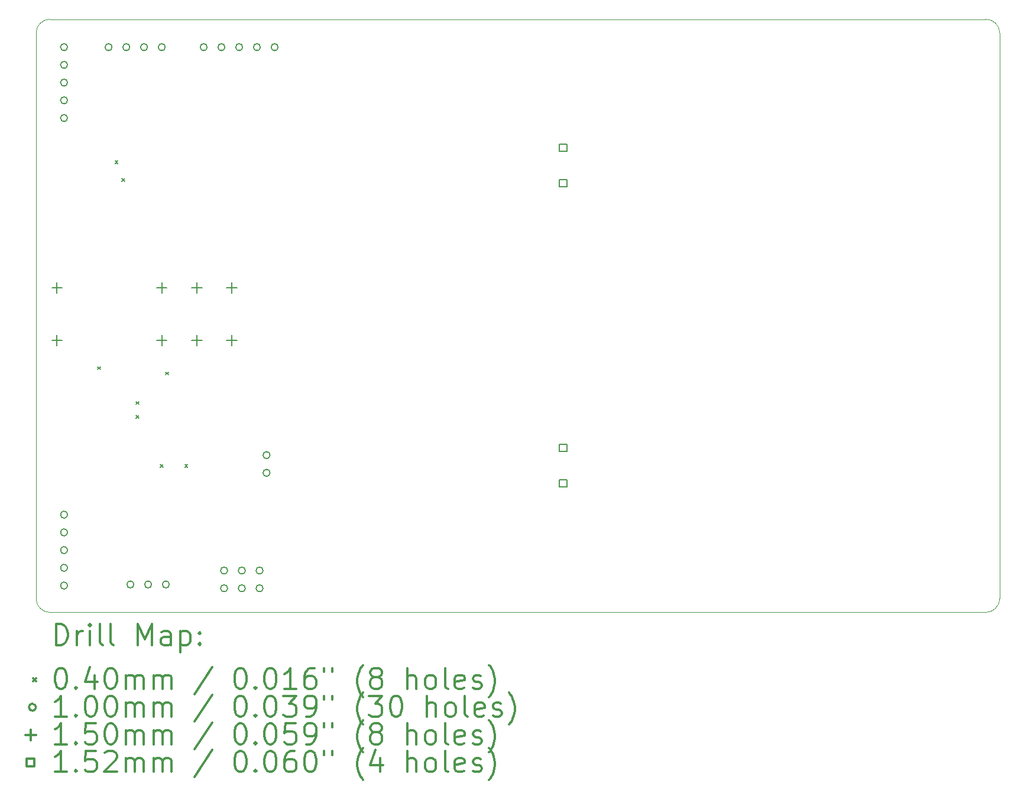
<source format=gbr>
%FSLAX45Y45*%
G04 Gerber Fmt 4.5, Leading zero omitted, Abs format (unit mm)*
G04 Created by KiCad (PCBNEW (5.1.8)-1) date 2021-05-16 02:32:17*
%MOMM*%
%LPD*%
G01*
G04 APERTURE LIST*
%TA.AperFunction,Profile*%
%ADD10C,0.050000*%
%TD*%
%ADD11C,0.200000*%
%ADD12C,0.300000*%
G04 APERTURE END LIST*
D10*
X16000000Y-10300000D02*
G75*
G02*
X15800000Y-10500000I-200000J0D01*
G01*
X15800000Y-2000000D02*
G75*
G02*
X16000000Y-2200000I0J-200000D01*
G01*
X2200000Y-10300000D02*
X2200000Y-2200000D01*
X16000000Y-2200000D02*
X16000000Y-10300000D01*
X2400000Y-10500000D02*
X15800000Y-10500000D01*
X15800000Y-2000000D02*
X2400000Y-2000000D01*
X2400000Y-10500000D02*
G75*
G02*
X2200000Y-10300000I0J200000D01*
G01*
X2200000Y-2200000D02*
G75*
G02*
X2400000Y-2000000I200000J0D01*
G01*
D11*
X3080000Y-6980000D02*
X3120000Y-7020000D01*
X3120000Y-6980000D02*
X3080000Y-7020000D01*
X3330000Y-4030000D02*
X3370000Y-4070000D01*
X3370000Y-4030000D02*
X3330000Y-4070000D01*
X3430000Y-4280000D02*
X3470000Y-4320000D01*
X3470000Y-4280000D02*
X3430000Y-4320000D01*
X3630000Y-7480000D02*
X3670000Y-7520000D01*
X3670000Y-7480000D02*
X3630000Y-7520000D01*
X3630000Y-7680000D02*
X3670000Y-7720000D01*
X3670000Y-7680000D02*
X3630000Y-7720000D01*
X3980000Y-8380000D02*
X4020000Y-8420000D01*
X4020000Y-8380000D02*
X3980000Y-8420000D01*
X4055000Y-7055000D02*
X4095000Y-7095000D01*
X4095000Y-7055000D02*
X4055000Y-7095000D01*
X4330000Y-8380000D02*
X4370000Y-8420000D01*
X4370000Y-8380000D02*
X4330000Y-8420000D01*
X5550000Y-8246000D02*
G75*
G03*
X5550000Y-8246000I-50000J0D01*
G01*
X5550000Y-8500000D02*
G75*
G03*
X5550000Y-8500000I-50000J0D01*
G01*
X4650000Y-2400000D02*
G75*
G03*
X4650000Y-2400000I-50000J0D01*
G01*
X4904000Y-2400000D02*
G75*
G03*
X4904000Y-2400000I-50000J0D01*
G01*
X5158000Y-2400000D02*
G75*
G03*
X5158000Y-2400000I-50000J0D01*
G01*
X5412000Y-2400000D02*
G75*
G03*
X5412000Y-2400000I-50000J0D01*
G01*
X5666000Y-2400000D02*
G75*
G03*
X5666000Y-2400000I-50000J0D01*
G01*
X3288000Y-2400000D02*
G75*
G03*
X3288000Y-2400000I-50000J0D01*
G01*
X3542000Y-2400000D02*
G75*
G03*
X3542000Y-2400000I-50000J0D01*
G01*
X3796000Y-2400000D02*
G75*
G03*
X3796000Y-2400000I-50000J0D01*
G01*
X4050000Y-2400000D02*
G75*
G03*
X4050000Y-2400000I-50000J0D01*
G01*
X2650000Y-2400000D02*
G75*
G03*
X2650000Y-2400000I-50000J0D01*
G01*
X2650000Y-2654000D02*
G75*
G03*
X2650000Y-2654000I-50000J0D01*
G01*
X2650000Y-2908000D02*
G75*
G03*
X2650000Y-2908000I-50000J0D01*
G01*
X2650000Y-3162000D02*
G75*
G03*
X2650000Y-3162000I-50000J0D01*
G01*
X2650000Y-3416000D02*
G75*
G03*
X2650000Y-3416000I-50000J0D01*
G01*
X3600000Y-10100000D02*
G75*
G03*
X3600000Y-10100000I-50000J0D01*
G01*
X3854000Y-10100000D02*
G75*
G03*
X3854000Y-10100000I-50000J0D01*
G01*
X4108000Y-10100000D02*
G75*
G03*
X4108000Y-10100000I-50000J0D01*
G01*
X4942000Y-9900000D02*
G75*
G03*
X4942000Y-9900000I-50000J0D01*
G01*
X4942000Y-10154000D02*
G75*
G03*
X4942000Y-10154000I-50000J0D01*
G01*
X5196000Y-9900000D02*
G75*
G03*
X5196000Y-9900000I-50000J0D01*
G01*
X5196000Y-10154000D02*
G75*
G03*
X5196000Y-10154000I-50000J0D01*
G01*
X5450000Y-9900000D02*
G75*
G03*
X5450000Y-9900000I-50000J0D01*
G01*
X5450000Y-10154000D02*
G75*
G03*
X5450000Y-10154000I-50000J0D01*
G01*
X2650000Y-9100000D02*
G75*
G03*
X2650000Y-9100000I-50000J0D01*
G01*
X2650000Y-9354000D02*
G75*
G03*
X2650000Y-9354000I-50000J0D01*
G01*
X2650000Y-9608000D02*
G75*
G03*
X2650000Y-9608000I-50000J0D01*
G01*
X2650000Y-9862000D02*
G75*
G03*
X2650000Y-9862000I-50000J0D01*
G01*
X2650000Y-10116000D02*
G75*
G03*
X2650000Y-10116000I-50000J0D01*
G01*
X2500000Y-5775000D02*
X2500000Y-5925000D01*
X2425000Y-5850000D02*
X2575000Y-5850000D01*
X2500000Y-6525000D02*
X2500000Y-6675000D01*
X2425000Y-6600000D02*
X2575000Y-6600000D01*
X4000000Y-5775000D02*
X4000000Y-5925000D01*
X3925000Y-5850000D02*
X4075000Y-5850000D01*
X4000000Y-6525000D02*
X4000000Y-6675000D01*
X3925000Y-6600000D02*
X4075000Y-6600000D01*
X4500000Y-5775000D02*
X4500000Y-5925000D01*
X4425000Y-5850000D02*
X4575000Y-5850000D01*
X4500000Y-6525000D02*
X4500000Y-6675000D01*
X4425000Y-6600000D02*
X4575000Y-6600000D01*
X5000000Y-5775000D02*
X5000000Y-5925000D01*
X4925000Y-5850000D02*
X5075000Y-5850000D01*
X5000000Y-6525000D02*
X5000000Y-6675000D01*
X4925000Y-6600000D02*
X5075000Y-6600000D01*
X9803741Y-3895741D02*
X9803741Y-3788259D01*
X9696259Y-3788259D01*
X9696259Y-3895741D01*
X9803741Y-3895741D01*
X9803741Y-4403741D02*
X9803741Y-4296259D01*
X9696259Y-4296259D01*
X9696259Y-4403741D01*
X9803741Y-4403741D01*
X9803741Y-8195741D02*
X9803741Y-8088259D01*
X9696259Y-8088259D01*
X9696259Y-8195741D01*
X9803741Y-8195741D01*
X9803741Y-8703741D02*
X9803741Y-8596259D01*
X9696259Y-8596259D01*
X9696259Y-8703741D01*
X9803741Y-8703741D01*
D12*
X2483928Y-10968214D02*
X2483928Y-10668214D01*
X2555357Y-10668214D01*
X2598214Y-10682500D01*
X2626786Y-10711072D01*
X2641071Y-10739643D01*
X2655357Y-10796786D01*
X2655357Y-10839643D01*
X2641071Y-10896786D01*
X2626786Y-10925357D01*
X2598214Y-10953929D01*
X2555357Y-10968214D01*
X2483928Y-10968214D01*
X2783928Y-10968214D02*
X2783928Y-10768214D01*
X2783928Y-10825357D02*
X2798214Y-10796786D01*
X2812500Y-10782500D01*
X2841071Y-10768214D01*
X2869643Y-10768214D01*
X2969643Y-10968214D02*
X2969643Y-10768214D01*
X2969643Y-10668214D02*
X2955357Y-10682500D01*
X2969643Y-10696786D01*
X2983928Y-10682500D01*
X2969643Y-10668214D01*
X2969643Y-10696786D01*
X3155357Y-10968214D02*
X3126786Y-10953929D01*
X3112500Y-10925357D01*
X3112500Y-10668214D01*
X3312500Y-10968214D02*
X3283928Y-10953929D01*
X3269643Y-10925357D01*
X3269643Y-10668214D01*
X3655357Y-10968214D02*
X3655357Y-10668214D01*
X3755357Y-10882500D01*
X3855357Y-10668214D01*
X3855357Y-10968214D01*
X4126786Y-10968214D02*
X4126786Y-10811072D01*
X4112500Y-10782500D01*
X4083928Y-10768214D01*
X4026786Y-10768214D01*
X3998214Y-10782500D01*
X4126786Y-10953929D02*
X4098214Y-10968214D01*
X4026786Y-10968214D01*
X3998214Y-10953929D01*
X3983928Y-10925357D01*
X3983928Y-10896786D01*
X3998214Y-10868214D01*
X4026786Y-10853929D01*
X4098214Y-10853929D01*
X4126786Y-10839643D01*
X4269643Y-10768214D02*
X4269643Y-11068214D01*
X4269643Y-10782500D02*
X4298214Y-10768214D01*
X4355357Y-10768214D01*
X4383928Y-10782500D01*
X4398214Y-10796786D01*
X4412500Y-10825357D01*
X4412500Y-10911072D01*
X4398214Y-10939643D01*
X4383928Y-10953929D01*
X4355357Y-10968214D01*
X4298214Y-10968214D01*
X4269643Y-10953929D01*
X4541071Y-10939643D02*
X4555357Y-10953929D01*
X4541071Y-10968214D01*
X4526786Y-10953929D01*
X4541071Y-10939643D01*
X4541071Y-10968214D01*
X4541071Y-10782500D02*
X4555357Y-10796786D01*
X4541071Y-10811072D01*
X4526786Y-10796786D01*
X4541071Y-10782500D01*
X4541071Y-10811072D01*
X2157500Y-11442500D02*
X2197500Y-11482500D01*
X2197500Y-11442500D02*
X2157500Y-11482500D01*
X2541071Y-11298214D02*
X2569643Y-11298214D01*
X2598214Y-11312500D01*
X2612500Y-11326786D01*
X2626786Y-11355357D01*
X2641071Y-11412500D01*
X2641071Y-11483929D01*
X2626786Y-11541071D01*
X2612500Y-11569643D01*
X2598214Y-11583929D01*
X2569643Y-11598214D01*
X2541071Y-11598214D01*
X2512500Y-11583929D01*
X2498214Y-11569643D01*
X2483928Y-11541071D01*
X2469643Y-11483929D01*
X2469643Y-11412500D01*
X2483928Y-11355357D01*
X2498214Y-11326786D01*
X2512500Y-11312500D01*
X2541071Y-11298214D01*
X2769643Y-11569643D02*
X2783928Y-11583929D01*
X2769643Y-11598214D01*
X2755357Y-11583929D01*
X2769643Y-11569643D01*
X2769643Y-11598214D01*
X3041071Y-11398214D02*
X3041071Y-11598214D01*
X2969643Y-11283929D02*
X2898214Y-11498214D01*
X3083928Y-11498214D01*
X3255357Y-11298214D02*
X3283928Y-11298214D01*
X3312500Y-11312500D01*
X3326786Y-11326786D01*
X3341071Y-11355357D01*
X3355357Y-11412500D01*
X3355357Y-11483929D01*
X3341071Y-11541071D01*
X3326786Y-11569643D01*
X3312500Y-11583929D01*
X3283928Y-11598214D01*
X3255357Y-11598214D01*
X3226786Y-11583929D01*
X3212500Y-11569643D01*
X3198214Y-11541071D01*
X3183928Y-11483929D01*
X3183928Y-11412500D01*
X3198214Y-11355357D01*
X3212500Y-11326786D01*
X3226786Y-11312500D01*
X3255357Y-11298214D01*
X3483928Y-11598214D02*
X3483928Y-11398214D01*
X3483928Y-11426786D02*
X3498214Y-11412500D01*
X3526786Y-11398214D01*
X3569643Y-11398214D01*
X3598214Y-11412500D01*
X3612500Y-11441071D01*
X3612500Y-11598214D01*
X3612500Y-11441071D02*
X3626786Y-11412500D01*
X3655357Y-11398214D01*
X3698214Y-11398214D01*
X3726786Y-11412500D01*
X3741071Y-11441071D01*
X3741071Y-11598214D01*
X3883928Y-11598214D02*
X3883928Y-11398214D01*
X3883928Y-11426786D02*
X3898214Y-11412500D01*
X3926786Y-11398214D01*
X3969643Y-11398214D01*
X3998214Y-11412500D01*
X4012500Y-11441071D01*
X4012500Y-11598214D01*
X4012500Y-11441071D02*
X4026786Y-11412500D01*
X4055357Y-11398214D01*
X4098214Y-11398214D01*
X4126786Y-11412500D01*
X4141071Y-11441071D01*
X4141071Y-11598214D01*
X4726786Y-11283929D02*
X4469643Y-11669643D01*
X5112500Y-11298214D02*
X5141071Y-11298214D01*
X5169643Y-11312500D01*
X5183928Y-11326786D01*
X5198214Y-11355357D01*
X5212500Y-11412500D01*
X5212500Y-11483929D01*
X5198214Y-11541071D01*
X5183928Y-11569643D01*
X5169643Y-11583929D01*
X5141071Y-11598214D01*
X5112500Y-11598214D01*
X5083928Y-11583929D01*
X5069643Y-11569643D01*
X5055357Y-11541071D01*
X5041071Y-11483929D01*
X5041071Y-11412500D01*
X5055357Y-11355357D01*
X5069643Y-11326786D01*
X5083928Y-11312500D01*
X5112500Y-11298214D01*
X5341071Y-11569643D02*
X5355357Y-11583929D01*
X5341071Y-11598214D01*
X5326786Y-11583929D01*
X5341071Y-11569643D01*
X5341071Y-11598214D01*
X5541071Y-11298214D02*
X5569643Y-11298214D01*
X5598214Y-11312500D01*
X5612500Y-11326786D01*
X5626786Y-11355357D01*
X5641071Y-11412500D01*
X5641071Y-11483929D01*
X5626786Y-11541071D01*
X5612500Y-11569643D01*
X5598214Y-11583929D01*
X5569643Y-11598214D01*
X5541071Y-11598214D01*
X5512500Y-11583929D01*
X5498214Y-11569643D01*
X5483928Y-11541071D01*
X5469643Y-11483929D01*
X5469643Y-11412500D01*
X5483928Y-11355357D01*
X5498214Y-11326786D01*
X5512500Y-11312500D01*
X5541071Y-11298214D01*
X5926786Y-11598214D02*
X5755357Y-11598214D01*
X5841071Y-11598214D02*
X5841071Y-11298214D01*
X5812500Y-11341071D01*
X5783928Y-11369643D01*
X5755357Y-11383929D01*
X6183928Y-11298214D02*
X6126786Y-11298214D01*
X6098214Y-11312500D01*
X6083928Y-11326786D01*
X6055357Y-11369643D01*
X6041071Y-11426786D01*
X6041071Y-11541071D01*
X6055357Y-11569643D01*
X6069643Y-11583929D01*
X6098214Y-11598214D01*
X6155357Y-11598214D01*
X6183928Y-11583929D01*
X6198214Y-11569643D01*
X6212500Y-11541071D01*
X6212500Y-11469643D01*
X6198214Y-11441071D01*
X6183928Y-11426786D01*
X6155357Y-11412500D01*
X6098214Y-11412500D01*
X6069643Y-11426786D01*
X6055357Y-11441071D01*
X6041071Y-11469643D01*
X6326786Y-11298214D02*
X6326786Y-11355357D01*
X6441071Y-11298214D02*
X6441071Y-11355357D01*
X6883928Y-11712500D02*
X6869643Y-11698214D01*
X6841071Y-11655357D01*
X6826786Y-11626786D01*
X6812500Y-11583929D01*
X6798214Y-11512500D01*
X6798214Y-11455357D01*
X6812500Y-11383929D01*
X6826786Y-11341071D01*
X6841071Y-11312500D01*
X6869643Y-11269643D01*
X6883928Y-11255357D01*
X7041071Y-11426786D02*
X7012500Y-11412500D01*
X6998214Y-11398214D01*
X6983928Y-11369643D01*
X6983928Y-11355357D01*
X6998214Y-11326786D01*
X7012500Y-11312500D01*
X7041071Y-11298214D01*
X7098214Y-11298214D01*
X7126786Y-11312500D01*
X7141071Y-11326786D01*
X7155357Y-11355357D01*
X7155357Y-11369643D01*
X7141071Y-11398214D01*
X7126786Y-11412500D01*
X7098214Y-11426786D01*
X7041071Y-11426786D01*
X7012500Y-11441071D01*
X6998214Y-11455357D01*
X6983928Y-11483929D01*
X6983928Y-11541071D01*
X6998214Y-11569643D01*
X7012500Y-11583929D01*
X7041071Y-11598214D01*
X7098214Y-11598214D01*
X7126786Y-11583929D01*
X7141071Y-11569643D01*
X7155357Y-11541071D01*
X7155357Y-11483929D01*
X7141071Y-11455357D01*
X7126786Y-11441071D01*
X7098214Y-11426786D01*
X7512500Y-11598214D02*
X7512500Y-11298214D01*
X7641071Y-11598214D02*
X7641071Y-11441071D01*
X7626786Y-11412500D01*
X7598214Y-11398214D01*
X7555357Y-11398214D01*
X7526786Y-11412500D01*
X7512500Y-11426786D01*
X7826786Y-11598214D02*
X7798214Y-11583929D01*
X7783928Y-11569643D01*
X7769643Y-11541071D01*
X7769643Y-11455357D01*
X7783928Y-11426786D01*
X7798214Y-11412500D01*
X7826786Y-11398214D01*
X7869643Y-11398214D01*
X7898214Y-11412500D01*
X7912500Y-11426786D01*
X7926786Y-11455357D01*
X7926786Y-11541071D01*
X7912500Y-11569643D01*
X7898214Y-11583929D01*
X7869643Y-11598214D01*
X7826786Y-11598214D01*
X8098214Y-11598214D02*
X8069643Y-11583929D01*
X8055357Y-11555357D01*
X8055357Y-11298214D01*
X8326786Y-11583929D02*
X8298214Y-11598214D01*
X8241071Y-11598214D01*
X8212500Y-11583929D01*
X8198214Y-11555357D01*
X8198214Y-11441071D01*
X8212500Y-11412500D01*
X8241071Y-11398214D01*
X8298214Y-11398214D01*
X8326786Y-11412500D01*
X8341071Y-11441071D01*
X8341071Y-11469643D01*
X8198214Y-11498214D01*
X8455357Y-11583929D02*
X8483928Y-11598214D01*
X8541071Y-11598214D01*
X8569643Y-11583929D01*
X8583928Y-11555357D01*
X8583928Y-11541071D01*
X8569643Y-11512500D01*
X8541071Y-11498214D01*
X8498214Y-11498214D01*
X8469643Y-11483929D01*
X8455357Y-11455357D01*
X8455357Y-11441071D01*
X8469643Y-11412500D01*
X8498214Y-11398214D01*
X8541071Y-11398214D01*
X8569643Y-11412500D01*
X8683928Y-11712500D02*
X8698214Y-11698214D01*
X8726786Y-11655357D01*
X8741071Y-11626786D01*
X8755357Y-11583929D01*
X8769643Y-11512500D01*
X8769643Y-11455357D01*
X8755357Y-11383929D01*
X8741071Y-11341071D01*
X8726786Y-11312500D01*
X8698214Y-11269643D01*
X8683928Y-11255357D01*
X2197500Y-11858500D02*
G75*
G03*
X2197500Y-11858500I-50000J0D01*
G01*
X2641071Y-11994214D02*
X2469643Y-11994214D01*
X2555357Y-11994214D02*
X2555357Y-11694214D01*
X2526786Y-11737071D01*
X2498214Y-11765643D01*
X2469643Y-11779929D01*
X2769643Y-11965643D02*
X2783928Y-11979929D01*
X2769643Y-11994214D01*
X2755357Y-11979929D01*
X2769643Y-11965643D01*
X2769643Y-11994214D01*
X2969643Y-11694214D02*
X2998214Y-11694214D01*
X3026786Y-11708500D01*
X3041071Y-11722786D01*
X3055357Y-11751357D01*
X3069643Y-11808500D01*
X3069643Y-11879929D01*
X3055357Y-11937071D01*
X3041071Y-11965643D01*
X3026786Y-11979929D01*
X2998214Y-11994214D01*
X2969643Y-11994214D01*
X2941071Y-11979929D01*
X2926786Y-11965643D01*
X2912500Y-11937071D01*
X2898214Y-11879929D01*
X2898214Y-11808500D01*
X2912500Y-11751357D01*
X2926786Y-11722786D01*
X2941071Y-11708500D01*
X2969643Y-11694214D01*
X3255357Y-11694214D02*
X3283928Y-11694214D01*
X3312500Y-11708500D01*
X3326786Y-11722786D01*
X3341071Y-11751357D01*
X3355357Y-11808500D01*
X3355357Y-11879929D01*
X3341071Y-11937071D01*
X3326786Y-11965643D01*
X3312500Y-11979929D01*
X3283928Y-11994214D01*
X3255357Y-11994214D01*
X3226786Y-11979929D01*
X3212500Y-11965643D01*
X3198214Y-11937071D01*
X3183928Y-11879929D01*
X3183928Y-11808500D01*
X3198214Y-11751357D01*
X3212500Y-11722786D01*
X3226786Y-11708500D01*
X3255357Y-11694214D01*
X3483928Y-11994214D02*
X3483928Y-11794214D01*
X3483928Y-11822786D02*
X3498214Y-11808500D01*
X3526786Y-11794214D01*
X3569643Y-11794214D01*
X3598214Y-11808500D01*
X3612500Y-11837071D01*
X3612500Y-11994214D01*
X3612500Y-11837071D02*
X3626786Y-11808500D01*
X3655357Y-11794214D01*
X3698214Y-11794214D01*
X3726786Y-11808500D01*
X3741071Y-11837071D01*
X3741071Y-11994214D01*
X3883928Y-11994214D02*
X3883928Y-11794214D01*
X3883928Y-11822786D02*
X3898214Y-11808500D01*
X3926786Y-11794214D01*
X3969643Y-11794214D01*
X3998214Y-11808500D01*
X4012500Y-11837071D01*
X4012500Y-11994214D01*
X4012500Y-11837071D02*
X4026786Y-11808500D01*
X4055357Y-11794214D01*
X4098214Y-11794214D01*
X4126786Y-11808500D01*
X4141071Y-11837071D01*
X4141071Y-11994214D01*
X4726786Y-11679929D02*
X4469643Y-12065643D01*
X5112500Y-11694214D02*
X5141071Y-11694214D01*
X5169643Y-11708500D01*
X5183928Y-11722786D01*
X5198214Y-11751357D01*
X5212500Y-11808500D01*
X5212500Y-11879929D01*
X5198214Y-11937071D01*
X5183928Y-11965643D01*
X5169643Y-11979929D01*
X5141071Y-11994214D01*
X5112500Y-11994214D01*
X5083928Y-11979929D01*
X5069643Y-11965643D01*
X5055357Y-11937071D01*
X5041071Y-11879929D01*
X5041071Y-11808500D01*
X5055357Y-11751357D01*
X5069643Y-11722786D01*
X5083928Y-11708500D01*
X5112500Y-11694214D01*
X5341071Y-11965643D02*
X5355357Y-11979929D01*
X5341071Y-11994214D01*
X5326786Y-11979929D01*
X5341071Y-11965643D01*
X5341071Y-11994214D01*
X5541071Y-11694214D02*
X5569643Y-11694214D01*
X5598214Y-11708500D01*
X5612500Y-11722786D01*
X5626786Y-11751357D01*
X5641071Y-11808500D01*
X5641071Y-11879929D01*
X5626786Y-11937071D01*
X5612500Y-11965643D01*
X5598214Y-11979929D01*
X5569643Y-11994214D01*
X5541071Y-11994214D01*
X5512500Y-11979929D01*
X5498214Y-11965643D01*
X5483928Y-11937071D01*
X5469643Y-11879929D01*
X5469643Y-11808500D01*
X5483928Y-11751357D01*
X5498214Y-11722786D01*
X5512500Y-11708500D01*
X5541071Y-11694214D01*
X5741071Y-11694214D02*
X5926786Y-11694214D01*
X5826786Y-11808500D01*
X5869643Y-11808500D01*
X5898214Y-11822786D01*
X5912500Y-11837071D01*
X5926786Y-11865643D01*
X5926786Y-11937071D01*
X5912500Y-11965643D01*
X5898214Y-11979929D01*
X5869643Y-11994214D01*
X5783928Y-11994214D01*
X5755357Y-11979929D01*
X5741071Y-11965643D01*
X6069643Y-11994214D02*
X6126786Y-11994214D01*
X6155357Y-11979929D01*
X6169643Y-11965643D01*
X6198214Y-11922786D01*
X6212500Y-11865643D01*
X6212500Y-11751357D01*
X6198214Y-11722786D01*
X6183928Y-11708500D01*
X6155357Y-11694214D01*
X6098214Y-11694214D01*
X6069643Y-11708500D01*
X6055357Y-11722786D01*
X6041071Y-11751357D01*
X6041071Y-11822786D01*
X6055357Y-11851357D01*
X6069643Y-11865643D01*
X6098214Y-11879929D01*
X6155357Y-11879929D01*
X6183928Y-11865643D01*
X6198214Y-11851357D01*
X6212500Y-11822786D01*
X6326786Y-11694214D02*
X6326786Y-11751357D01*
X6441071Y-11694214D02*
X6441071Y-11751357D01*
X6883928Y-12108500D02*
X6869643Y-12094214D01*
X6841071Y-12051357D01*
X6826786Y-12022786D01*
X6812500Y-11979929D01*
X6798214Y-11908500D01*
X6798214Y-11851357D01*
X6812500Y-11779929D01*
X6826786Y-11737071D01*
X6841071Y-11708500D01*
X6869643Y-11665643D01*
X6883928Y-11651357D01*
X6969643Y-11694214D02*
X7155357Y-11694214D01*
X7055357Y-11808500D01*
X7098214Y-11808500D01*
X7126786Y-11822786D01*
X7141071Y-11837071D01*
X7155357Y-11865643D01*
X7155357Y-11937071D01*
X7141071Y-11965643D01*
X7126786Y-11979929D01*
X7098214Y-11994214D01*
X7012500Y-11994214D01*
X6983928Y-11979929D01*
X6969643Y-11965643D01*
X7341071Y-11694214D02*
X7369643Y-11694214D01*
X7398214Y-11708500D01*
X7412500Y-11722786D01*
X7426786Y-11751357D01*
X7441071Y-11808500D01*
X7441071Y-11879929D01*
X7426786Y-11937071D01*
X7412500Y-11965643D01*
X7398214Y-11979929D01*
X7369643Y-11994214D01*
X7341071Y-11994214D01*
X7312500Y-11979929D01*
X7298214Y-11965643D01*
X7283928Y-11937071D01*
X7269643Y-11879929D01*
X7269643Y-11808500D01*
X7283928Y-11751357D01*
X7298214Y-11722786D01*
X7312500Y-11708500D01*
X7341071Y-11694214D01*
X7798214Y-11994214D02*
X7798214Y-11694214D01*
X7926786Y-11994214D02*
X7926786Y-11837071D01*
X7912500Y-11808500D01*
X7883928Y-11794214D01*
X7841071Y-11794214D01*
X7812500Y-11808500D01*
X7798214Y-11822786D01*
X8112500Y-11994214D02*
X8083928Y-11979929D01*
X8069643Y-11965643D01*
X8055357Y-11937071D01*
X8055357Y-11851357D01*
X8069643Y-11822786D01*
X8083928Y-11808500D01*
X8112500Y-11794214D01*
X8155357Y-11794214D01*
X8183928Y-11808500D01*
X8198214Y-11822786D01*
X8212500Y-11851357D01*
X8212500Y-11937071D01*
X8198214Y-11965643D01*
X8183928Y-11979929D01*
X8155357Y-11994214D01*
X8112500Y-11994214D01*
X8383928Y-11994214D02*
X8355357Y-11979929D01*
X8341071Y-11951357D01*
X8341071Y-11694214D01*
X8612500Y-11979929D02*
X8583928Y-11994214D01*
X8526786Y-11994214D01*
X8498214Y-11979929D01*
X8483928Y-11951357D01*
X8483928Y-11837071D01*
X8498214Y-11808500D01*
X8526786Y-11794214D01*
X8583928Y-11794214D01*
X8612500Y-11808500D01*
X8626786Y-11837071D01*
X8626786Y-11865643D01*
X8483928Y-11894214D01*
X8741071Y-11979929D02*
X8769643Y-11994214D01*
X8826786Y-11994214D01*
X8855357Y-11979929D01*
X8869643Y-11951357D01*
X8869643Y-11937071D01*
X8855357Y-11908500D01*
X8826786Y-11894214D01*
X8783928Y-11894214D01*
X8755357Y-11879929D01*
X8741071Y-11851357D01*
X8741071Y-11837071D01*
X8755357Y-11808500D01*
X8783928Y-11794214D01*
X8826786Y-11794214D01*
X8855357Y-11808500D01*
X8969643Y-12108500D02*
X8983928Y-12094214D01*
X9012500Y-12051357D01*
X9026786Y-12022786D01*
X9041071Y-11979929D01*
X9055357Y-11908500D01*
X9055357Y-11851357D01*
X9041071Y-11779929D01*
X9026786Y-11737071D01*
X9012500Y-11708500D01*
X8983928Y-11665643D01*
X8969643Y-11651357D01*
X2122500Y-12179500D02*
X2122500Y-12329500D01*
X2047500Y-12254500D02*
X2197500Y-12254500D01*
X2641071Y-12390214D02*
X2469643Y-12390214D01*
X2555357Y-12390214D02*
X2555357Y-12090214D01*
X2526786Y-12133071D01*
X2498214Y-12161643D01*
X2469643Y-12175929D01*
X2769643Y-12361643D02*
X2783928Y-12375929D01*
X2769643Y-12390214D01*
X2755357Y-12375929D01*
X2769643Y-12361643D01*
X2769643Y-12390214D01*
X3055357Y-12090214D02*
X2912500Y-12090214D01*
X2898214Y-12233071D01*
X2912500Y-12218786D01*
X2941071Y-12204500D01*
X3012500Y-12204500D01*
X3041071Y-12218786D01*
X3055357Y-12233071D01*
X3069643Y-12261643D01*
X3069643Y-12333071D01*
X3055357Y-12361643D01*
X3041071Y-12375929D01*
X3012500Y-12390214D01*
X2941071Y-12390214D01*
X2912500Y-12375929D01*
X2898214Y-12361643D01*
X3255357Y-12090214D02*
X3283928Y-12090214D01*
X3312500Y-12104500D01*
X3326786Y-12118786D01*
X3341071Y-12147357D01*
X3355357Y-12204500D01*
X3355357Y-12275929D01*
X3341071Y-12333071D01*
X3326786Y-12361643D01*
X3312500Y-12375929D01*
X3283928Y-12390214D01*
X3255357Y-12390214D01*
X3226786Y-12375929D01*
X3212500Y-12361643D01*
X3198214Y-12333071D01*
X3183928Y-12275929D01*
X3183928Y-12204500D01*
X3198214Y-12147357D01*
X3212500Y-12118786D01*
X3226786Y-12104500D01*
X3255357Y-12090214D01*
X3483928Y-12390214D02*
X3483928Y-12190214D01*
X3483928Y-12218786D02*
X3498214Y-12204500D01*
X3526786Y-12190214D01*
X3569643Y-12190214D01*
X3598214Y-12204500D01*
X3612500Y-12233071D01*
X3612500Y-12390214D01*
X3612500Y-12233071D02*
X3626786Y-12204500D01*
X3655357Y-12190214D01*
X3698214Y-12190214D01*
X3726786Y-12204500D01*
X3741071Y-12233071D01*
X3741071Y-12390214D01*
X3883928Y-12390214D02*
X3883928Y-12190214D01*
X3883928Y-12218786D02*
X3898214Y-12204500D01*
X3926786Y-12190214D01*
X3969643Y-12190214D01*
X3998214Y-12204500D01*
X4012500Y-12233071D01*
X4012500Y-12390214D01*
X4012500Y-12233071D02*
X4026786Y-12204500D01*
X4055357Y-12190214D01*
X4098214Y-12190214D01*
X4126786Y-12204500D01*
X4141071Y-12233071D01*
X4141071Y-12390214D01*
X4726786Y-12075929D02*
X4469643Y-12461643D01*
X5112500Y-12090214D02*
X5141071Y-12090214D01*
X5169643Y-12104500D01*
X5183928Y-12118786D01*
X5198214Y-12147357D01*
X5212500Y-12204500D01*
X5212500Y-12275929D01*
X5198214Y-12333071D01*
X5183928Y-12361643D01*
X5169643Y-12375929D01*
X5141071Y-12390214D01*
X5112500Y-12390214D01*
X5083928Y-12375929D01*
X5069643Y-12361643D01*
X5055357Y-12333071D01*
X5041071Y-12275929D01*
X5041071Y-12204500D01*
X5055357Y-12147357D01*
X5069643Y-12118786D01*
X5083928Y-12104500D01*
X5112500Y-12090214D01*
X5341071Y-12361643D02*
X5355357Y-12375929D01*
X5341071Y-12390214D01*
X5326786Y-12375929D01*
X5341071Y-12361643D01*
X5341071Y-12390214D01*
X5541071Y-12090214D02*
X5569643Y-12090214D01*
X5598214Y-12104500D01*
X5612500Y-12118786D01*
X5626786Y-12147357D01*
X5641071Y-12204500D01*
X5641071Y-12275929D01*
X5626786Y-12333071D01*
X5612500Y-12361643D01*
X5598214Y-12375929D01*
X5569643Y-12390214D01*
X5541071Y-12390214D01*
X5512500Y-12375929D01*
X5498214Y-12361643D01*
X5483928Y-12333071D01*
X5469643Y-12275929D01*
X5469643Y-12204500D01*
X5483928Y-12147357D01*
X5498214Y-12118786D01*
X5512500Y-12104500D01*
X5541071Y-12090214D01*
X5912500Y-12090214D02*
X5769643Y-12090214D01*
X5755357Y-12233071D01*
X5769643Y-12218786D01*
X5798214Y-12204500D01*
X5869643Y-12204500D01*
X5898214Y-12218786D01*
X5912500Y-12233071D01*
X5926786Y-12261643D01*
X5926786Y-12333071D01*
X5912500Y-12361643D01*
X5898214Y-12375929D01*
X5869643Y-12390214D01*
X5798214Y-12390214D01*
X5769643Y-12375929D01*
X5755357Y-12361643D01*
X6069643Y-12390214D02*
X6126786Y-12390214D01*
X6155357Y-12375929D01*
X6169643Y-12361643D01*
X6198214Y-12318786D01*
X6212500Y-12261643D01*
X6212500Y-12147357D01*
X6198214Y-12118786D01*
X6183928Y-12104500D01*
X6155357Y-12090214D01*
X6098214Y-12090214D01*
X6069643Y-12104500D01*
X6055357Y-12118786D01*
X6041071Y-12147357D01*
X6041071Y-12218786D01*
X6055357Y-12247357D01*
X6069643Y-12261643D01*
X6098214Y-12275929D01*
X6155357Y-12275929D01*
X6183928Y-12261643D01*
X6198214Y-12247357D01*
X6212500Y-12218786D01*
X6326786Y-12090214D02*
X6326786Y-12147357D01*
X6441071Y-12090214D02*
X6441071Y-12147357D01*
X6883928Y-12504500D02*
X6869643Y-12490214D01*
X6841071Y-12447357D01*
X6826786Y-12418786D01*
X6812500Y-12375929D01*
X6798214Y-12304500D01*
X6798214Y-12247357D01*
X6812500Y-12175929D01*
X6826786Y-12133071D01*
X6841071Y-12104500D01*
X6869643Y-12061643D01*
X6883928Y-12047357D01*
X7041071Y-12218786D02*
X7012500Y-12204500D01*
X6998214Y-12190214D01*
X6983928Y-12161643D01*
X6983928Y-12147357D01*
X6998214Y-12118786D01*
X7012500Y-12104500D01*
X7041071Y-12090214D01*
X7098214Y-12090214D01*
X7126786Y-12104500D01*
X7141071Y-12118786D01*
X7155357Y-12147357D01*
X7155357Y-12161643D01*
X7141071Y-12190214D01*
X7126786Y-12204500D01*
X7098214Y-12218786D01*
X7041071Y-12218786D01*
X7012500Y-12233071D01*
X6998214Y-12247357D01*
X6983928Y-12275929D01*
X6983928Y-12333071D01*
X6998214Y-12361643D01*
X7012500Y-12375929D01*
X7041071Y-12390214D01*
X7098214Y-12390214D01*
X7126786Y-12375929D01*
X7141071Y-12361643D01*
X7155357Y-12333071D01*
X7155357Y-12275929D01*
X7141071Y-12247357D01*
X7126786Y-12233071D01*
X7098214Y-12218786D01*
X7512500Y-12390214D02*
X7512500Y-12090214D01*
X7641071Y-12390214D02*
X7641071Y-12233071D01*
X7626786Y-12204500D01*
X7598214Y-12190214D01*
X7555357Y-12190214D01*
X7526786Y-12204500D01*
X7512500Y-12218786D01*
X7826786Y-12390214D02*
X7798214Y-12375929D01*
X7783928Y-12361643D01*
X7769643Y-12333071D01*
X7769643Y-12247357D01*
X7783928Y-12218786D01*
X7798214Y-12204500D01*
X7826786Y-12190214D01*
X7869643Y-12190214D01*
X7898214Y-12204500D01*
X7912500Y-12218786D01*
X7926786Y-12247357D01*
X7926786Y-12333071D01*
X7912500Y-12361643D01*
X7898214Y-12375929D01*
X7869643Y-12390214D01*
X7826786Y-12390214D01*
X8098214Y-12390214D02*
X8069643Y-12375929D01*
X8055357Y-12347357D01*
X8055357Y-12090214D01*
X8326786Y-12375929D02*
X8298214Y-12390214D01*
X8241071Y-12390214D01*
X8212500Y-12375929D01*
X8198214Y-12347357D01*
X8198214Y-12233071D01*
X8212500Y-12204500D01*
X8241071Y-12190214D01*
X8298214Y-12190214D01*
X8326786Y-12204500D01*
X8341071Y-12233071D01*
X8341071Y-12261643D01*
X8198214Y-12290214D01*
X8455357Y-12375929D02*
X8483928Y-12390214D01*
X8541071Y-12390214D01*
X8569643Y-12375929D01*
X8583928Y-12347357D01*
X8583928Y-12333071D01*
X8569643Y-12304500D01*
X8541071Y-12290214D01*
X8498214Y-12290214D01*
X8469643Y-12275929D01*
X8455357Y-12247357D01*
X8455357Y-12233071D01*
X8469643Y-12204500D01*
X8498214Y-12190214D01*
X8541071Y-12190214D01*
X8569643Y-12204500D01*
X8683928Y-12504500D02*
X8698214Y-12490214D01*
X8726786Y-12447357D01*
X8741071Y-12418786D01*
X8755357Y-12375929D01*
X8769643Y-12304500D01*
X8769643Y-12247357D01*
X8755357Y-12175929D01*
X8741071Y-12133071D01*
X8726786Y-12104500D01*
X8698214Y-12061643D01*
X8683928Y-12047357D01*
X2175241Y-12704241D02*
X2175241Y-12596759D01*
X2067759Y-12596759D01*
X2067759Y-12704241D01*
X2175241Y-12704241D01*
X2641071Y-12786214D02*
X2469643Y-12786214D01*
X2555357Y-12786214D02*
X2555357Y-12486214D01*
X2526786Y-12529071D01*
X2498214Y-12557643D01*
X2469643Y-12571929D01*
X2769643Y-12757643D02*
X2783928Y-12771929D01*
X2769643Y-12786214D01*
X2755357Y-12771929D01*
X2769643Y-12757643D01*
X2769643Y-12786214D01*
X3055357Y-12486214D02*
X2912500Y-12486214D01*
X2898214Y-12629071D01*
X2912500Y-12614786D01*
X2941071Y-12600500D01*
X3012500Y-12600500D01*
X3041071Y-12614786D01*
X3055357Y-12629071D01*
X3069643Y-12657643D01*
X3069643Y-12729071D01*
X3055357Y-12757643D01*
X3041071Y-12771929D01*
X3012500Y-12786214D01*
X2941071Y-12786214D01*
X2912500Y-12771929D01*
X2898214Y-12757643D01*
X3183928Y-12514786D02*
X3198214Y-12500500D01*
X3226786Y-12486214D01*
X3298214Y-12486214D01*
X3326786Y-12500500D01*
X3341071Y-12514786D01*
X3355357Y-12543357D01*
X3355357Y-12571929D01*
X3341071Y-12614786D01*
X3169643Y-12786214D01*
X3355357Y-12786214D01*
X3483928Y-12786214D02*
X3483928Y-12586214D01*
X3483928Y-12614786D02*
X3498214Y-12600500D01*
X3526786Y-12586214D01*
X3569643Y-12586214D01*
X3598214Y-12600500D01*
X3612500Y-12629071D01*
X3612500Y-12786214D01*
X3612500Y-12629071D02*
X3626786Y-12600500D01*
X3655357Y-12586214D01*
X3698214Y-12586214D01*
X3726786Y-12600500D01*
X3741071Y-12629071D01*
X3741071Y-12786214D01*
X3883928Y-12786214D02*
X3883928Y-12586214D01*
X3883928Y-12614786D02*
X3898214Y-12600500D01*
X3926786Y-12586214D01*
X3969643Y-12586214D01*
X3998214Y-12600500D01*
X4012500Y-12629071D01*
X4012500Y-12786214D01*
X4012500Y-12629071D02*
X4026786Y-12600500D01*
X4055357Y-12586214D01*
X4098214Y-12586214D01*
X4126786Y-12600500D01*
X4141071Y-12629071D01*
X4141071Y-12786214D01*
X4726786Y-12471929D02*
X4469643Y-12857643D01*
X5112500Y-12486214D02*
X5141071Y-12486214D01*
X5169643Y-12500500D01*
X5183928Y-12514786D01*
X5198214Y-12543357D01*
X5212500Y-12600500D01*
X5212500Y-12671929D01*
X5198214Y-12729071D01*
X5183928Y-12757643D01*
X5169643Y-12771929D01*
X5141071Y-12786214D01*
X5112500Y-12786214D01*
X5083928Y-12771929D01*
X5069643Y-12757643D01*
X5055357Y-12729071D01*
X5041071Y-12671929D01*
X5041071Y-12600500D01*
X5055357Y-12543357D01*
X5069643Y-12514786D01*
X5083928Y-12500500D01*
X5112500Y-12486214D01*
X5341071Y-12757643D02*
X5355357Y-12771929D01*
X5341071Y-12786214D01*
X5326786Y-12771929D01*
X5341071Y-12757643D01*
X5341071Y-12786214D01*
X5541071Y-12486214D02*
X5569643Y-12486214D01*
X5598214Y-12500500D01*
X5612500Y-12514786D01*
X5626786Y-12543357D01*
X5641071Y-12600500D01*
X5641071Y-12671929D01*
X5626786Y-12729071D01*
X5612500Y-12757643D01*
X5598214Y-12771929D01*
X5569643Y-12786214D01*
X5541071Y-12786214D01*
X5512500Y-12771929D01*
X5498214Y-12757643D01*
X5483928Y-12729071D01*
X5469643Y-12671929D01*
X5469643Y-12600500D01*
X5483928Y-12543357D01*
X5498214Y-12514786D01*
X5512500Y-12500500D01*
X5541071Y-12486214D01*
X5898214Y-12486214D02*
X5841071Y-12486214D01*
X5812500Y-12500500D01*
X5798214Y-12514786D01*
X5769643Y-12557643D01*
X5755357Y-12614786D01*
X5755357Y-12729071D01*
X5769643Y-12757643D01*
X5783928Y-12771929D01*
X5812500Y-12786214D01*
X5869643Y-12786214D01*
X5898214Y-12771929D01*
X5912500Y-12757643D01*
X5926786Y-12729071D01*
X5926786Y-12657643D01*
X5912500Y-12629071D01*
X5898214Y-12614786D01*
X5869643Y-12600500D01*
X5812500Y-12600500D01*
X5783928Y-12614786D01*
X5769643Y-12629071D01*
X5755357Y-12657643D01*
X6112500Y-12486214D02*
X6141071Y-12486214D01*
X6169643Y-12500500D01*
X6183928Y-12514786D01*
X6198214Y-12543357D01*
X6212500Y-12600500D01*
X6212500Y-12671929D01*
X6198214Y-12729071D01*
X6183928Y-12757643D01*
X6169643Y-12771929D01*
X6141071Y-12786214D01*
X6112500Y-12786214D01*
X6083928Y-12771929D01*
X6069643Y-12757643D01*
X6055357Y-12729071D01*
X6041071Y-12671929D01*
X6041071Y-12600500D01*
X6055357Y-12543357D01*
X6069643Y-12514786D01*
X6083928Y-12500500D01*
X6112500Y-12486214D01*
X6326786Y-12486214D02*
X6326786Y-12543357D01*
X6441071Y-12486214D02*
X6441071Y-12543357D01*
X6883928Y-12900500D02*
X6869643Y-12886214D01*
X6841071Y-12843357D01*
X6826786Y-12814786D01*
X6812500Y-12771929D01*
X6798214Y-12700500D01*
X6798214Y-12643357D01*
X6812500Y-12571929D01*
X6826786Y-12529071D01*
X6841071Y-12500500D01*
X6869643Y-12457643D01*
X6883928Y-12443357D01*
X7126786Y-12586214D02*
X7126786Y-12786214D01*
X7055357Y-12471929D02*
X6983928Y-12686214D01*
X7169643Y-12686214D01*
X7512500Y-12786214D02*
X7512500Y-12486214D01*
X7641071Y-12786214D02*
X7641071Y-12629071D01*
X7626786Y-12600500D01*
X7598214Y-12586214D01*
X7555357Y-12586214D01*
X7526786Y-12600500D01*
X7512500Y-12614786D01*
X7826786Y-12786214D02*
X7798214Y-12771929D01*
X7783928Y-12757643D01*
X7769643Y-12729071D01*
X7769643Y-12643357D01*
X7783928Y-12614786D01*
X7798214Y-12600500D01*
X7826786Y-12586214D01*
X7869643Y-12586214D01*
X7898214Y-12600500D01*
X7912500Y-12614786D01*
X7926786Y-12643357D01*
X7926786Y-12729071D01*
X7912500Y-12757643D01*
X7898214Y-12771929D01*
X7869643Y-12786214D01*
X7826786Y-12786214D01*
X8098214Y-12786214D02*
X8069643Y-12771929D01*
X8055357Y-12743357D01*
X8055357Y-12486214D01*
X8326786Y-12771929D02*
X8298214Y-12786214D01*
X8241071Y-12786214D01*
X8212500Y-12771929D01*
X8198214Y-12743357D01*
X8198214Y-12629071D01*
X8212500Y-12600500D01*
X8241071Y-12586214D01*
X8298214Y-12586214D01*
X8326786Y-12600500D01*
X8341071Y-12629071D01*
X8341071Y-12657643D01*
X8198214Y-12686214D01*
X8455357Y-12771929D02*
X8483928Y-12786214D01*
X8541071Y-12786214D01*
X8569643Y-12771929D01*
X8583928Y-12743357D01*
X8583928Y-12729071D01*
X8569643Y-12700500D01*
X8541071Y-12686214D01*
X8498214Y-12686214D01*
X8469643Y-12671929D01*
X8455357Y-12643357D01*
X8455357Y-12629071D01*
X8469643Y-12600500D01*
X8498214Y-12586214D01*
X8541071Y-12586214D01*
X8569643Y-12600500D01*
X8683928Y-12900500D02*
X8698214Y-12886214D01*
X8726786Y-12843357D01*
X8741071Y-12814786D01*
X8755357Y-12771929D01*
X8769643Y-12700500D01*
X8769643Y-12643357D01*
X8755357Y-12571929D01*
X8741071Y-12529071D01*
X8726786Y-12500500D01*
X8698214Y-12457643D01*
X8683928Y-12443357D01*
M02*

</source>
